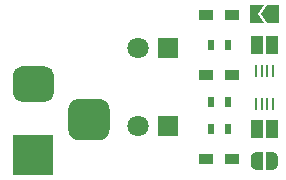
<source format=gbr>
%TF.GenerationSoftware,KiCad,Pcbnew,(5.1.6-0-10_14)*%
%TF.CreationDate,2021-01-22T14:36:40+09:00*%
%TF.ProjectId,test02,74657374-3032-42e6-9b69-6361645f7063,rev?*%
%TF.SameCoordinates,Original*%
%TF.FileFunction,Soldermask,Top*%
%TF.FilePolarity,Negative*%
%FSLAX46Y46*%
G04 Gerber Fmt 4.6, Leading zero omitted, Abs format (unit mm)*
G04 Created by KiCad (PCBNEW (5.1.6-0-10_14)) date 2021-01-22 14:36:40*
%MOMM*%
%LPD*%
G01*
G04 APERTURE LIST*
%ADD10C,0.100000*%
%ADD11R,1.000000X1.500000*%
%ADD12R,0.270000X1.120000*%
%ADD13R,1.200000X0.900000*%
%ADD14R,0.500000X0.900000*%
%ADD15R,3.500000X3.500000*%
%ADD16R,1.800000X1.800000*%
%ADD17C,1.800000*%
G04 APERTURE END LIST*
D10*
%TO.C,JP4*%
G36*
X162290080Y-69042280D02*
G01*
X162790080Y-68292280D01*
X163790080Y-68292280D01*
X163790080Y-69792280D01*
X162790080Y-69792280D01*
X162290080Y-69042280D01*
G37*
G36*
X161340080Y-68292280D02*
G01*
X162490080Y-68292280D01*
X161990080Y-69042280D01*
X162490080Y-69792280D01*
X161340080Y-69792280D01*
X161340080Y-68292280D01*
G37*
%TD*%
%TO.C,JP2*%
G36*
X161915080Y-82237678D02*
G01*
X161890546Y-82237678D01*
X161841715Y-82232868D01*
X161793590Y-82223296D01*
X161746635Y-82209052D01*
X161701302Y-82190275D01*
X161658029Y-82167144D01*
X161617230Y-82139884D01*
X161579301Y-82108756D01*
X161544604Y-82074059D01*
X161513476Y-82036130D01*
X161486216Y-81995331D01*
X161463085Y-81952058D01*
X161444308Y-81906725D01*
X161430064Y-81859770D01*
X161420492Y-81811645D01*
X161415682Y-81762814D01*
X161415682Y-81738280D01*
X161415080Y-81738280D01*
X161415080Y-81238280D01*
X161415682Y-81238280D01*
X161415682Y-81213746D01*
X161420492Y-81164915D01*
X161430064Y-81116790D01*
X161444308Y-81069835D01*
X161463085Y-81024502D01*
X161486216Y-80981229D01*
X161513476Y-80940430D01*
X161544604Y-80902501D01*
X161579301Y-80867804D01*
X161617230Y-80836676D01*
X161658029Y-80809416D01*
X161701302Y-80786285D01*
X161746635Y-80767508D01*
X161793590Y-80753264D01*
X161841715Y-80743692D01*
X161890546Y-80738882D01*
X161915080Y-80738882D01*
X161915080Y-80738280D01*
X162415080Y-80738280D01*
X162415080Y-82238280D01*
X161915080Y-82238280D01*
X161915080Y-82237678D01*
G37*
G36*
X162715080Y-80738280D02*
G01*
X163215080Y-80738280D01*
X163215080Y-80738882D01*
X163239614Y-80738882D01*
X163288445Y-80743692D01*
X163336570Y-80753264D01*
X163383525Y-80767508D01*
X163428858Y-80786285D01*
X163472131Y-80809416D01*
X163512930Y-80836676D01*
X163550859Y-80867804D01*
X163585556Y-80902501D01*
X163616684Y-80940430D01*
X163643944Y-80981229D01*
X163667075Y-81024502D01*
X163685852Y-81069835D01*
X163700096Y-81116790D01*
X163709668Y-81164915D01*
X163714478Y-81213746D01*
X163714478Y-81238280D01*
X163715080Y-81238280D01*
X163715080Y-81738280D01*
X163714478Y-81738280D01*
X163714478Y-81762814D01*
X163709668Y-81811645D01*
X163700096Y-81859770D01*
X163685852Y-81906725D01*
X163667075Y-81952058D01*
X163643944Y-81995331D01*
X163616684Y-82036130D01*
X163585556Y-82074059D01*
X163550859Y-82108756D01*
X163512930Y-82139884D01*
X163472131Y-82167144D01*
X163428858Y-82190275D01*
X163383525Y-82209052D01*
X163336570Y-82223296D01*
X163288445Y-82232868D01*
X163239614Y-82237678D01*
X163215080Y-82237678D01*
X163215080Y-82238280D01*
X162715080Y-82238280D01*
X162715080Y-80738280D01*
G37*
%TD*%
D11*
%TO.C,JP1*%
X163215080Y-78821280D03*
X161915080Y-78821280D03*
%TD*%
D12*
%TO.C,U1*%
X163315080Y-73860280D03*
X162815080Y-73860280D03*
X162315080Y-73860280D03*
X161815080Y-73860280D03*
X161815080Y-76670280D03*
X162315080Y-76670280D03*
X162815080Y-76670280D03*
X163315080Y-76670280D03*
%TD*%
D13*
%TO.C,R6*%
X157655080Y-74249280D03*
X159855080Y-74249280D03*
%TD*%
D14*
%TO.C,R5*%
X158005080Y-76535280D03*
X159505080Y-76535280D03*
%TD*%
D13*
%TO.C,R4*%
X159855080Y-69171820D03*
X157655080Y-69171820D03*
%TD*%
D14*
%TO.C,R3*%
X159500000Y-71706740D03*
X158000000Y-71706740D03*
%TD*%
D13*
%TO.C,R2*%
X159855080Y-81361280D03*
X157655080Y-81361280D03*
%TD*%
D14*
%TO.C,R1*%
X159505080Y-78821280D03*
X158005080Y-78821280D03*
%TD*%
D11*
%TO.C,JP3*%
X163210000Y-71706740D03*
X161910000Y-71706740D03*
%TD*%
%TO.C,J1*%
G36*
G01*
X146825000Y-76250000D02*
X148575000Y-76250000D01*
G75*
G02*
X149450000Y-77125000I0J-875000D01*
G01*
X149450000Y-78875000D01*
G75*
G02*
X148575000Y-79750000I-875000J0D01*
G01*
X146825000Y-79750000D01*
G75*
G02*
X145950000Y-78875000I0J875000D01*
G01*
X145950000Y-77125000D01*
G75*
G02*
X146825000Y-76250000I875000J0D01*
G01*
G37*
G36*
G01*
X142000000Y-73500000D02*
X144000000Y-73500000D01*
G75*
G02*
X144750000Y-74250000I0J-750000D01*
G01*
X144750000Y-75750000D01*
G75*
G02*
X144000000Y-76500000I-750000J0D01*
G01*
X142000000Y-76500000D01*
G75*
G02*
X141250000Y-75750000I0J750000D01*
G01*
X141250000Y-74250000D01*
G75*
G02*
X142000000Y-73500000I750000J0D01*
G01*
G37*
D15*
X143000000Y-81000000D03*
%TD*%
D16*
%TO.C,D2*%
X154437080Y-71963280D03*
D17*
X151897080Y-71963280D03*
%TD*%
D16*
%TO.C,D1*%
X154437080Y-78567280D03*
D17*
X151897080Y-78567280D03*
%TD*%
M02*

</source>
